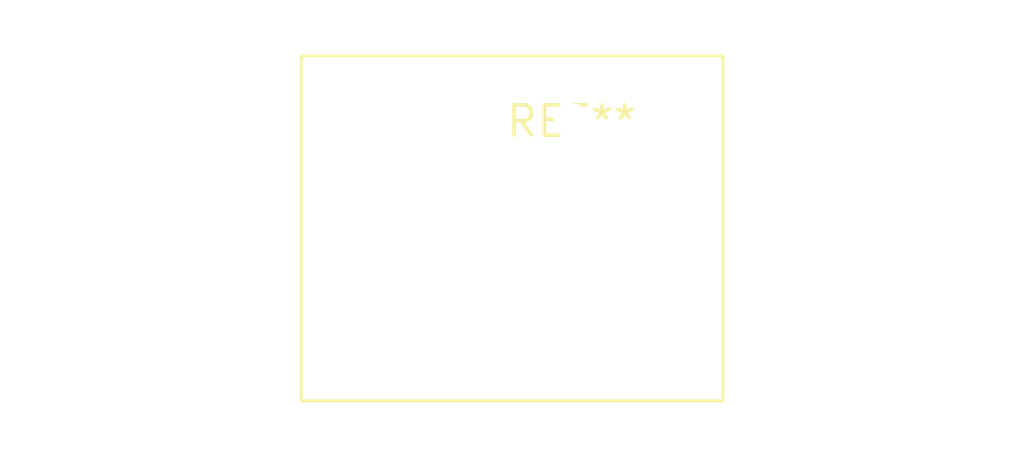
<source format=kicad_pcb>
(kicad_pcb (version 20240108) (generator pcbnew)
  (layers (0 "F.Cu" signal) (31 "B.Cu" signal) (34 "B.Paste" user) (35 "F.Paste" user) (36 "B.SilkS" user "B.Silkscreen") (37 "F.SilkS" user "F.Silkscreen") (38 "B.Mask" user) (39 "F.Mask" user) (44 "Edge.Cuts" user))
  (net 0 "")
  (footprint "SW_Matias_2.25u" (layer "F.Cu") (at 0 0)
    (property "Reference" "REF**")
    (property "Value" "SW_Matias_2.25u")
    (fp_line (start -11.35 -2.75) (end 6.35 -2.75) (layer "F.SilkS") (stroke (width 0.12)))
    (fp_line (start -11.35 11.75) (end -11.35 -2.75) (layer "F.SilkS") (stroke (width 0.12)))
    (fp_line (start 6.35 -2.75) (end 6.35 11.75) (layer "F.SilkS") (stroke (width 0.12)))
    (fp_line (start 6.35 11.75) (end -11.35 11.75) (layer "F.SilkS") (stroke (width 0.12)))
    (pad "1" thru_hole circle (at 0 0) (size 2.2 2.2) (drill 1.5) (layers *.Cu *.Mask) (remove_unused_layers))
    (pad "2" thru_hole circle (at -5 0.5) (size 2.2 2.2) (drill 1.5) (layers *.Cu *.Mask) (remove_unused_layers))
  )
)
</source>
